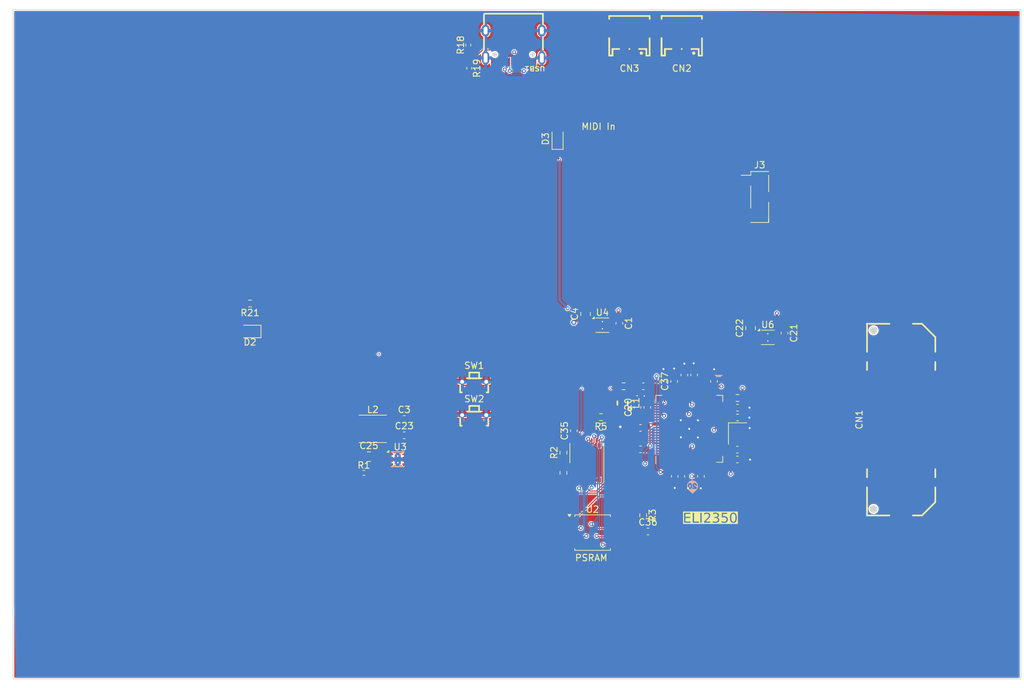
<source format=kicad_pcb>
(kicad_pcb (version 20241229) (generator "pcbnew") (generator_version "9.0")
  (layers (0 "F.Cu" signal) (4 "In1.Cu" power "GND") (6 "In2.Cu" mixed "Along") (2 "B.Cu" mixed "Up") (13 "F.Paste" user) (15 "B.Paste" user) (5 "F.SilkS" user "F.Silkscreen") (7 "B.SilkS" user "B.Silkscreen") (1 "F.Mask" user) (3 "B.Mask" user) (25 "Edge.Cuts" user))
  (net 0 "")
  (net 1 "+3V3")
  (net 2 "GND")
  (net 3 "+5V")
  (net 4 "/~{RESET}")
  (net 5 "/USB_D-")
  (net 6 "/USB_D+")
  (net 7 "/SWDIO")
  (net 8 "/SWCLK")
  (net 9 "/GPIO41")
  (net 10 "Net-(U3-SW)")
  (net 11 "/GPIO43")
  (net 12 "Net-(U3-PG)")
  (net 13 "/GPIO19")
  (net 14 "/GPIO39")
  (net 15 "/GPIO47")
  (net 16 "/GPIO33")
  (net 17 "/+3V3_SIG")
  (net 18 "Net-(U5-XIN)")
  (net 19 "Net-(U5-XOUT)")
  (net 20 "+1.1V")
  (net 21 "Net-(U5-VREG_XL)")
  (net 22 "/~{QSPI_CS_{0}}")
  (net 23 "/D-")
  (net 24 "/D+")
  (net 25 "/QSPI_SD0")
  (net 26 "/QSPI_SD2")
  (net 27 "/QSPI_SD3")
  (net 28 "/QSPI_SD1")
  (net 29 "/QSPI_SCLK")
  (net 30 "Net-(U5-VREG_AVDD)")
  (net 31 "/GPIO42")
  (net 32 "/GPIO44")
  (net 33 "Net-(USB1-CC1)")
  (net 34 "Net-(USB1-CC2)")
  (net 35 "/GPIO40")
  (net 36 "/GPIO46")
  (net 39 "Net-(D2-A)")
  (net 40 "/VBUS")
  (net 41 "/GPIO45")
  (net 48 "+12V")
  (net 49 "/GPIO38")
  (net 50 "/GPIO18")
  (net 51 "/GPIO29")
  (net 52 "/GPIO15")
  (net 53 "/GPIO3")
  (net 54 "/GPIO26")
  (net 55 "/GPIO1")
  (net 56 "/GPIO7")
  (net 57 "/GPIO35")
  (net 58 "/GPIO23")
  (net 59 "/GPIO13")
  (net 60 "/GPIO11")
  (net 61 "/GPIO0")
  (net 62 "/GPIO8")
  (net 63 "/GPIO32")
  (net 64 "/GPIO6")
  (net 65 "/~{BOOTSEL}")
  (net 66 "/GPIO21")
  (net 67 "/GPIO12")
  (net 68 "/GPIO4")
  (net 69 "/GPIO27")
  (net 70 "/GPIO22")
  (net 71 "/GPIO30")
  (net 72 "/GPIO9")
  (net 73 "/GPIO25")
  (net 74 "/GPIO5")
  (net 75 "/GPIO24")
  (net 76 "/GPIO36")
  (net 77 "/GPIO34")
  (net 78 "/GPIO20")
  (net 79 "/GPIO17")
  (net 80 "/GPIO16")
  (net 81 "/GPIO31")
  (net 82 "/GPIO10")
  (net 83 "/GPIO2")
  (net 84 "/GPIO37")
  (net 85 "/GPIO28")
  (net 86 "/GPIO14")
  (footprint "Capacitor_SMD:C_0603_1608Metric" (layer "F.Cu") (at 187.01 81.22 90)
    (property "Reference" "C13" (hide yes))
    (property "Value" "0.1uF" (hide yes))
  )
  (footprint "Resistor_SMD:R_0603_1608Metric" (layer "F.Cu") (at 183.92 101.8 -90)
    (property "Reference" "R3")
    (property "Value" "100K")
  )
  (footprint "Resistor_SMD:R_0603_1608Metric" (layer "F.Cu") (at 171.65 95.275 90)
    (property "Reference" "R9" (hide yes))
    (property "Value" "2K" (hide yes))
  )
  (footprint "Capacitor_SMD:C_0603_1608Metric" (layer "F.Cu") (at 147.165 86.98)
    (property "Reference" "C3")
    (property "Value" "100n")
  )
  (footprint "Resistor_SMD:R_0402_1005Metric" (layer "F.Cu") (at 157.01 29.44 90)
    (property "Reference" "R18")
    (property "Value" "5.1k")
  )
  (footprint "Package_SON:WSON-8-1EP_2x2mm_P0.5mm_EP0.9x1.6mm_ThermalVias" (layer "F.Cu") (at 146.17 93.185)
    (property "Reference" "U3")
    (property "Value" "TPS62163DSG")
  )
  (footprint "emutelab:IND-SMD_L2.0-W1.6_AOTA-B201610S3R3-101-T" (layer "F.Cu") (at 180.75 84.53 -90)
    (property "Reference" "L1")
    (property "Value" "3.3uH")
  )
  (footprint "Resistor_SMD:R_0402_1005Metric" (layer "F.Cu") (at 140.965 95.28)
    (property "Reference" "R1")
    (property "Value" "100k 1% 0402")
  )
  (footprint "Capacitor_SMD:C_0603_1608Metric" (layer "F.Cu") (at 173.25 88.8 90)
    (property "Reference" "C35")
    (property "Value" "0.1uF")
  )
  (footprint "emutelab:CONN-SMD_2P-P1.50_XUNPU_WAFER-ZH1.5-2PWB" (layer "F.Cu") (at 181.8 28.9 180)
    (property "Reference" "CN3")
    (property "Value" "~")
  )
  (footprint "Capacitor_SMD:C_0603_1608Metric" (layer "F.Cu") (at 194.8 81.2 90)
    (property "Reference" "C10" (hide yes))
    (property "Value" "0.1uF" (hide yes))
  )
  (footprint "Connector_PinHeader_2.54mm:PinHeader_1x03_P2.54mm_Vertical_SMD_Pin1Left" (layer "F.Cu") (at 201.835 52.82)
    (property "Reference" "J3")
    (property "Value" "Conn_01x03_Pin")
  )
  (footprint "Capacitor_SMD:C_0603_1608Metric" (layer "F.Cu") (at 147.165 89.49)
    (property "Reference" "C23")
    (property "Value" "10u")
  )
  (footprint "Capacitor_SMD:C_0603_1608Metric" (layer "F.Cu") (at 183.05 85.2 90)
    (property "Reference" "C20")
    (property "Value" "0.1uF")
  )
  (footprint "Resistor_SMD:R_0603_1608Metric" (layer "F.Cu") (at 171.65 92.16 90)
    (property "Reference" "R2")
    (property "Value" "100K")
  )
  (footprint "Inductor_SMD:L_Sunlord_SWPA4020S" (layer "F.Cu") (at 142.335 88.5)
    (property "Reference" "L2")
    (property "Value" "2.2uH, 4.8mOhm")
  )
  (footprint "emutelab:USB-C-SMD_TYPE-C-6PIN-2MD-073" (layer "F.Cu") (at 164 29.5885 180)
    (property "Reference" "USB1")
    (property "Value" "TYPE-C_16PIN_2MD(073)")
    (fp_poly (pts (xy 3.24 -1.305) (xy 3.22287 -1.413156) (xy 3.173156 -1.510725) (xy 3.095725 -1.588156) (xy 2.998155 -1.63787) (xy 2.89 -1.655) (xy 2.781844 -1.63787) (xy 2.684275 -1.588156) (xy 2.606844 -1.510725) (xy 2.55713 -1.413156) (xy 2.54 -1.305) (xy 2.557129 -1.196844) (xy 2.606844 -1.099275) (xy 2.684275 -1.021844) (xy 2.781844 -0.97213) (xy 2.890001 -0.955) (xy 2.998156 -0.97213) (xy 3.095725 -1.021844) (xy 3.173156 -1.099275) (xy 3.22287 -1.196844)) (fill yes) (layer "Edge.Cuts"))
    (fp_poly (pts (xy -2.54 -1.305) (xy -2.55713 -1.413156) (xy -2.606844 -1.510725) (xy -2.684275 -1.588156) (xy -2.781844 -1.63787) (xy -2.89 -1.655) (xy -2.998155 -1.63787) (xy -3.095725 -1.588156) (xy -3.173156 -1.510725) (xy -3.22287 -1.413156) (xy -3.24 -1.305) (xy -3.22287 -1.196844) (xy -3.173156 -1.099275) (xy -3.095725 -1.021844) (xy -2.998156 -0.97213) (xy -2.890001 -0.955) (xy -2.781844 -0.97213) (xy -2.684275 -1.021844) (xy -2.606844 -1.099275) (xy -2.557129 -1.196844)) (fill yes) (layer "Edge.Cuts"))
  )
  (footprint "Package_SO:SSOP-8_5.25x5.24mm_P1.27mm" (layer "F.Cu") (at 176.13 104.47)
    (property "Reference" "U2")
    (property "Value" "FLASH or PSRAM")
  )
  (footprint "Capacitor_SMD:C_0603_1608Metric" (layer "F.Cu") (at 190.8 95.8 -90)
    (property "Reference" "C17" (hide yes))
    (property "Value" "10uF" (hide yes))
  )
  (footprint "Capacitor_SMD:C_0603_1608Metric_Pad1.08x0.95mm_HandSolder" (layer "F.Cu") (at 205.65 73.76 -90)
    (property "Reference" "C21")
    (property "Value" "1u")
  )
  (footprint "Capacitor_SMD:C_0603_1608Metric" (layer "F.Cu") (at 198.405 91.71 180)
    (property "Reference" "C5" (hide yes))
    (property "Value" "12pF" (hide yes))
  )
  (footprint "emutelab:KEY-SMD_SKTDLHE010" (layer "F.Cu") (at 157.93 81.8665)
    (property "Reference" "SW1")
    (property "Value" "~")
  )
  (footprint "Package_SON:WSON-6-1EP_2x2mm_P0.65mm_EP1x1.6mm_ThermalVias" (layer "F.Cu") (at 203.0825 74.42)
    (property "Reference" "U6")
    (property "Value" "TLV76733DRVR")
  )
  (footprint "Capacitor_SMD:C_0603_1608Metric" (layer "F.Cu") (at 184.655 104.3)
    (property "Reference" "C36")
    (property "Value" "0.1uF")
  )
  (footprint "Resistor_SMD:R_0402_1005Metric" (layer "F.Cu") (at 157.17 33 -90)
    (property "Reference" "R19")
    (property "Value" "5.1k")
  )
  (footprint "Resistor_SMD:R_0603_1608Metric" (layer "F.Cu") (at 198.425 83.75 180)
    (property "Reference" "R8" (hide yes))
    (property "Value" "100K" (hide yes))
  )
  (footprint "emutelab:KEY-SMD_SKTDLHE010" (layer "F.Cu") (at 157.93 87)
    (property "Reference" "SW2")
    (property "Value" "~")
  )
  (footprint "Capacitor_SMD:C_0603_1608Metric" (layer "F.Cu") (at 188.76 95.8 -90)
    (property "Reference" "C12" (hide yes))
    (property "Value" "0.1uF")
  )
  (footprint "Capacitor_SMD:C_0603_1608Metric" (layer "F.Cu") (at 188.68 81.19 90)
    (property "Reference" "C37")
    (property "Value" "0.1uF")
  )
  (footprint "Capacitor_SMD:C_0805_2012Metric" (layer "F.Cu") (at 141.735 92.78)
    (property "Reference" "C25")
    (property "Value" "22u")
  )
  (footprint "Diode_SMD:D_SOD-323" (layer "F.Cu") (at 170.75 43.87 90)
    (property "Reference" "D3")
    (property "Value" "1N5817")
  )
  (footprint "Resistor_SMD:R_0603_1608Metric" (layer "F.Cu") (at 123.455 69.21 180)
    (property "Reference" "R21")
    (property "Value" "1.5k")
  )
  (footprint "Capacitor_SMD:C_0805_2012Metric_Pad1.18x1.45mm_HandSolder" (layer "F.Cu") (at 200.43 73 90)
    (property "Reference" "C22")
    (property "Value" "22u 0805")
  )
  (footprint "Resistor_SMD:R_0603_1608Metric" (layer "F.Cu") (at 177.42 86.7 180)
    (property "Reference" "R5")
    (property "Value" "27R")
  )
  (footprint "Capacitor_SMD:C_0603_1608Metric" (layer "F.Cu") (at 198.425 85.25)
    (property "Reference" "C18" (hide yes))
    (property "Value" "0.1uF" (hide yes))
  )
  (footprint "Capacitor_SMD:C_0603_1608Metric" (layer "F.Cu") (at 198.425 86.75)
    (property "Reference" "C6" (hide yes))
    (property "Value" "12pF" (hide yes))
  )
  (footprint "Capacitor_SMD:C_0603_1608Metric" (layer "F.Cu") (at 183.5 88.35 180)
    (property "Reference" "C8" (hide yes))
    (property "Value" "0.1uF" (hide yes))
  )
  (footprint "Capacitor_SMD:C_0603_1608Metric_Pad1.08x0.95mm_HandSolder" (layer "F.Cu") (at 180.25 72.26 -90)
    (property "Reference" "C1")
    (property "Value" "1u")
  )
  (footprint "emutelab:QFN-80_EP_10x10_Pitch0.4mm" (layer "F.Cu") (at 191 88.5 90)
    (property "Reference" "U5" (hide yes))
    (property "Value" "RP235x-B" (hide yes))
  )
  (footprint "Capacitor_SMD:C_0603_1608Metric" (layer "F.Cu") (at 190.25 80.22 90)
    (property "Reference" "C19" (hide yes))
    (property "Value" "0.1uF" (hide yes))
  )
  (footprint "emutelab:CONN-SMD_60P-P0.50_HCTL_HC-PBB23L-60DS-0.5V-G2-01" (layer "F.Cu") (at 223.59 87.08 90)
    (property "Reference" "CN1")
    (property "Value" "~")
    (fp_poly (pts (xy 14.344867 -4.328316) (xy 14.304328 -4.47961) (xy 14.226012 -4.615257) (xy 14.115257 -4.726012) (xy 13.97961 -4.804328) (xy 13.828316 -4.844867) (xy 13.671684 -4.844867) (xy 13.52039 -4.804328) (xy 13.384743 -4.726012) (xy 13.273988 -4.615257) (xy 13.195672 -4.47961) (xy 13.155133 -4.328316) (xy 13.155133 -4.171684) (xy 13.195672 -4.02039) (xy 13.273988 -3.884743) (xy 13.384743 -3.773988) (xy 13.52039 -3.695672) (xy 13.671684 -3.655133) (xy 13.828316 -3.655133) (xy 13.97961 -3.695672) (xy 14.115257 -3.773988) (xy 14.226012 -3.884743) (xy 14.304328 -4.02039) (xy 14.344867 -4.171684)) (fill yes) (layer "Edge.Cuts"))
    (fp_poly (pts (xy -13.155133 -4.328316) (xy -13.195672 -4.47961) (xy -13.273988 -4.615257) (xy -13.384743 -4.726012) (xy -13.52039 -4.804328) (xy -13.671684 -4.844867) (xy -13.828316 -4.844867) (xy -13.97961 -4.804328) (xy -14.115257 -4.726012) (xy -14.226012 -4.615257) (xy -14.304328 -4.47961) (xy -14.344867 -4.328316) (xy -14.344867 -4.171684) (xy -14.304328 -4.02039) (xy -14.226012 -3.884743) (xy -14.115257 -3.773988) (xy -13.97961 -3.695672) (xy -13.828316 -3.655133) (xy -13.671684 -3.655133) (xy -13.52039 -3.695672) (xy -13.384743 -3.773988) (xy -13.273988 -3.884743) (xy -13.195672 -4.02039) (xy -13.155133 -4.171684)) (fill yes) (layer "Edge.Cuts"))
  )
  (footprint "emutelab:CONN-SMD_2P-P1.50_XUNPU_WAFER-ZH1.5-2PWB" (layer "F.Cu") (at 189.85 28.9 180)
    (property "Reference" "CN2")
    (property "Value" "~")
  )
  (footprint "Package_SON:WSON-8-1EP_6x5mm_P1.27mm_EP3.4x4mm" (layer "F.Cu") (at 175.25 93.725 90)
    (property "Reference" "U1" (hide yes))
    (property "Value" "W25Q128JVPIQ" (hide yes))
  )
  (footprint "LED_SMD:LED_0805_2012Metric" (layer "F.Cu") (at 123.45 73.51 180)
    (property "Reference" "D2")
    (property "Value" "LED Test")
  )
  (footprint "Resistor_SMD:R_0603_1608Metric" (layer "F.Cu") (at 180.9 81.95)
    (property "Reference" "R7" (hide yes))
    (property "Value" "27R" (hide yes))
  )
  (footprint "Capacitor_SMD:C_0603_1608Metric" (layer "F.Cu") (at 183.5 91.65 180)
    (property "Reference" "C15" (hide yes))
    (property "Value" "0.1uF" (hide yes))
  )
  (footprint "Capacitor_SMD:C_0603_1608Metric" (layer "F.Cu") (at 184.55 85.2 90)
    (property "Reference" "C14" (hide yes))
    (property "Value" "4.7uF" (hide yes))
  )
  (footprint "Resistor_SMD:R_0603_1608Metric" (layer "F.Cu") (at 177.42 88.2 180)
    (property "Reference" "R6" (hide yes))
    (property "Value" "27R" (hide yes))
  )
  (footprint "Crystal:Crystal_SMD_2520-4Pin_2.5x2.0mm" (layer "F.Cu") (at 198.425 89.225 -90)
    (property "Reference" "Y1" (hide yes))
    (property "Value" "CM4012M00012001" (hide yes))
  )
  (footprint "Capacitor_SMD:C_0603_1608Metric" (layer "F.Cu") (at 192.8 95.8 -90)
    (property "Reference" "C7" (hide yes))
    (property "Value" "0.1uF" (hide yes))
  )
  (footprint "Package_SON:WSON-6-1EP_2x2mm_P0.65mm_EP1x1.6mm_ThermalVias" (layer "F.Cu") (at 177.6475 72.55)
    (property "Reference" "U4")
    (property "Value" "TLV76733DRVR")
  )
  (footprint "Capacitor_SMD:C_0603_1608Metric" (layer "F.Cu") (at 183.925 81.95)
    (property "Reference" "C16" (hide yes))
    (property "Value" "4.7uF" (hide yes))
  )
  (footprint "Capacitor_SMD:C_0603_1608Metric" (layer "F.Cu") (at 198.41 93.22)
    (property "Reference" "C9" (hide yes))
    (property "Value" "0.1uF" (hide yes))
  )
  (footprint "Capacitor_SMD:C_0805_2012Metric_Pad1.18x1.45mm_HandSolder" (layer "F.Cu") (at 175.05 70.8175 90)
    (property "Reference" "C4")
    (property "Value" "22u 0805")
  )
  (footprint "Capacitor_SMD:C_0603_1608Metric" (layer "F.Cu") (at 191.75 80.21 90)
    (property "Reference" "C11" (hide yes))
    (property "Value" "0.1uF" (hide yes))
  )
  (footprint "kibuzzard-6695C28C" (layer "B.Cu") (at 191.475 97.3 180)
    (property "Reference" "kibuzzard-6695C28C" (hide yes))
    (property "Value" "G***" (hide yes))
  )
  (gr_poly (pts (xy 190.764807 97.6) (xy 190.68 97.12) (xy 190.825 96.825) (xy 191.3 96.525) (xy 191.775 96.55) (xy 192.19 96.81) (xy 192.25 96.925) (xy 192.3 97.425) (xy 192.2 97.7) (xy 192.163734 97.765559) (xy 192.185086 97.631545) (xy 192.185193 96.834442) (xy 190.925 96.834442) (xy 190.88 96.91) (xy 190.764807 97)) (fill yes) (layer "B.SilkS"))
  (gr_line (start 191.5 98.420001) (end 192.065685 97.865686) (stroke (width 0.11)) (layer "B.SilkS"))
  (gr_poly (pts (xy 196.214335 80.207833) (xy 194.845665 80.207833) (xy 195.2 80.51) (xy 195.78 80.52)) (fill yes) (layer "B.SilkS"))
  (gr_poly (pts (xy 190.836266 97.765559) (xy 190.9 97.73) (xy 190.95 97.765559) (xy 192.163734 97.765559) (xy 191.5 98.420001)) (fill yes) (layer "B.SilkS"))
  (gr_line (start 190.934315 97.865686) (end 191.5 98.420001) (stroke (width 0.11)) (layer "B.SilkS"))
  (gr_circle (center 191.5 97.300001) (end 191.5 98.100001) (stroke (width 0.11)) (fill no) (layer "B.SilkS"))
  (gr_rect (start 87 24) (end 242 127) (stroke (width 0.1)) (fill no) (layer "Edge.Cuts"))
  (gr_text "ELI2350" (at 190 103.2 0) (layer "F.SilkS" knockout) (effects (font (size 1.5 1.5)) (justify left bottom)))
  (gr_text "MIDI In\n" (at 174.33 42.56 0) (layer "F.SilkS") (effects (font (size 1 1)) (justify left bottom)))
  (gr_text "PSRAM" (at 173.36 108.94 0) (layer "F.SilkS") (effects (font (size 1 1)) (justify left bottom)))
  (via (at 143.26 77) (size 0.4) (drill 0.2) (layers "F.Cu" "B.Cu") (net 0))
  (segment (start 185.5 91.4) (end 185.5 90.881966) (width 0.25) (layer "F.Cu") (net 1))
  (segment (start 196.575 91.1) (end 196.775 91.3) (width 0.25) (layer "F.Cu") (net 1))
  (segment (start 180.075 81.185) (end 181.93375 79.32625) (width 0.3) (layer "F.Cu") (net 1))
  (segment (start 191.41 84.77) (end 191.2 84.56) (width 0.15) (layer "F.Cu") (net 1))
  (segment (start 196.775 91.3) (end 196.775 89.419975) (width 0.25) (layer "F.Cu") (net 1))
  (segment (start 178.91 82.26) (end 179.765 82.26) (width 0.3) (layer "F.Cu") (net 1))
  (segment (start 185.45 85.9) (end 185.375 85.975) (width 0.2) (layer "F.Cu") (net 1))
  (segment (start 186.1 85.9) (end 185.45 85.9) (width 0.2) (layer "F.Cu") (net 1))
  (segment (start 183.875 102.67) (end 183.92 102.625) (width 0.15) (layer "F.Cu") (net 1))
  (segment (start 196.775 89.419975) (end 196.455026 89.1) (width 0.25) (layer "F.Cu") (net 1))
  (segment (start 183.88 102.665) (end 183.92 102.625) (width 0.15) (layer "F.Cu") (net 1))
  (segment (start 186.6 85.9) (end 186.85 85.65) (width 0.2) (layer "F.Cu") (net 1))
  (segment (start 194.8 83.6) (end 194.8 81.975) (width 0.25) (layer "F.Cu") (net 1))
  (segment (start 185.375 85.975) (end 184.75 85.975) (width 0.2) (layer "F.Cu") (net 1))
  (segment (start 187.01 82.6) (end 187.2 82.79) (width 0.15) (layer "F.Cu") (net 1))
  (segment (start 185.25 91.65) (end 185.5 91.4) (width 0.25) (layer "F.Cu") (net 1))
  (segment (start 182.8975 80.29) (end 184.82 80.29) (width 0.3) (layer "F.Cu") (net 1))
  (segment (start 185.25 91.65) (end 184.275 91.65) (width 0.25) (layer "F.Cu") (net 1))
  (segment (start 185.75 81.225) (end 186.24 81.225) (width 0.3) (layer "F.Cu") (net 1))
  (segment (start 192.8 93.4) (end 192.8 95.025) (width 0.25) (layer "F.Cu") (net 1))
  (segment (start 192.015 95.81) (end 192.8 95.025) (width 0.3) (layer "F.Cu") (net 1))
  (segment (start 193.08 80.82) (end 194.235 81.975) (width 0.3) (layer "F.Cu") (net 1))
  (segment (start 191.75 82.625) (end 191.75 80.985) (width 0.25) (layer "F.Cu") (net 1))
  (segment (start 185.5 90.881966) (end 185.681966 90.7) (width 0.25) (layer "F.Cu") (net 1))
  (segment (start 194.235 81.975) (end 194.8 81.975) (width 0.3) (layer "F.Cu") (net 1))
  (segment (start 191.2 84.56) (end 191.2 83.6) (width 0.15) (layer "F.Cu") (net 1))
  (segment (start 172.6625 91.0625) (end 173.345 91.0625) (width 0.25) (layer "F.Cu") (net 1))
  (segment (start 173.505 71.855) (end 173.25 72.11) (width 0.3) (layer "F.Cu") (net 1))
  (segment (start 186.1 85.9) (end 186.6 85.9) (width 0.2) (layer "F.Cu") (net 1))
  (segment (start 197.38 93.475) (end 197.635 93.22) (width 0.3) (layer "F.Cu") (net 1))
  (segment (start 185.97 80.4) (end 185.97 81.005) (width 0.3) (layer "F.Cu") (net 1))
  (segment (start 185.75 81.225) (end 185.75 81.22) (width 0.3) (layer "F.Cu") (net 1))
  (segment (start 184.699901 87.925099) (end 184.275 88.35) (width 0.25) (layer "F.Cu") (net 1))
  (segment (start 183.86 102.565) (end 183.92 102.625) (width 0.15) (layer "F.Cu") (net 1))
  (segment (start 173.935 89.575) (end 174.39 89.12) (width 0.3) (layer "F.Cu") (net 1))
  (segment (start 186.24 81.225) (end 187.01 81.995) (width 0.3) (layer "F.Cu") (net 1))
  (segment (start 195.925 81.975) (end 195.94 81.96) (width 0.3) (layer "F.Cu") (net 1))
  (segment (start 186.85 84.825) (end 187.2 84.475) (width 0.2) (layer "F.Cu") (net 1))
  (segment (start 196.455026 89.1) (end 195.9 89.1) (width 0.25) (layer "F.Cu") (net 1))
  (segment (start 188.8 93.4) (end 188.8 95.025) (width 0.25) (layer "F.Cu") (net 1))
  (segment (start 194.8 81.975) (end 195.925 81.975) (width 0.3) (layer "F.Cu") (net 1))
  (segment (start 185.97 81.005) (end 185.75 81.225) (width 0.3) (layer "F.Cu") (net 1))
  (segment (start 175.05 72.4425) (end 181.93375 79.32625) (width 0.3) (layer "F.Cu") (net 1))
  (segment (start 185.098146 87.925099) (end 184.699901 87.925099) (width 0.25) (layer "F.Cu") (net 1))
  (segment (start 187.01 81.995) (end 187.01 82.6) (width 0.15) (layer "F.Cu") (net 1))
  (segment (start 199.19 83.69) (end 199.25 83.75) (width 0.3) (layer "F.Cu") (net 1))
  (segment (start 184.275 91.65) (end 184.41 91.65) (width 0.25) (layer "F.Cu") (net 1))
  (segment (start 191.75 80.985) (end 191.915 80.82) (width 0.3) (layer "F.Cu") (net 1))
  (segment (start 185.681966 90.7) (end 186.1 90.7) (width 0.25) (layer "F.Cu") (net 1))
  (segment (start 187.2 82.79) (end 187.2 83.6) (width 0.15) (layer "F.Cu") (net 1))
  (segment (start 196.775 93) (end 196.975 93.2) (width 0.25) (layer "F.Cu") (net 1))
  (segment (start 179.7425 102.565) (end 183.86 102.565) (width 0.15) (layer "F.Cu") (net 1))
  (segment (start 171.65 91.35) (end 172.375 91.35) (width 0.25) (layer "F.Cu") (net 1))
  (segment (start 172.375 91.35) (end 172.6625 91.0625) (width 0.25) (layer "F.Cu") (net 1))
  (segment (start 197.38 95.41) (end 197.38 93.475) (width 0.3) (layer "F.Cu") (net 1))
  (segment (start 173.345 91.0625) (end 173.345 89.67) (width 0.25) (layer "F.Cu") (net 1))
  (segment (start 183.88 104.3) (end 183.88 102.665) (width 0.15) (layer "F.Cu") (net 1))
  (segment (start 196.775 91.3) (end 196.775 93) (width 0.25) (layer "F.Cu") (net 1))
  (segment (start 185.75 81.22) (end 184.82 80.29) (width 0.3) (layer "F.Cu") (net 1))
  (segment (start 195.9 91.1) (end 196.575 91.1) (width 0.25) (layer "F.Cu") (net 1))
  (segment (start 191.2 83.6) (end 191.2 83.175) (width 0.25) (layer "F.Cu") (net 1))
  (segment (start 181.93375 79.32625) (end 182.8975 80.29) (width 0.3) (layer "F.Cu") (net 1))
  (segment (start 199.19 82.19) (end 199.19 83.69) (width 0.3) (layer "F.Cu") (net 1))
  (segment (start 187.2 83.6) (end 187.2 84.475) (width 0.2) (layer "F.Cu") (net 1))
  (segment (start 180.075 81.95) (end 180.075 81.185) (width 0.3) (layer "F.Cu") (net 1))
  (segment (start 179.765 82.26) (end 180.075 81.95) (width 0.3) (layer "F.Cu") (net 1))
  (segment (start 175.05 71.855) (end 175.05 72.4425) (width 0.3) (layer "F.Cu") (net 1))
  (segment (start 191.42 95.81) (end 192.015 95.81) (width 0.3) (layer "F.Cu") (net 1))
  (segment (start 191.2 83.175) (end 191.75 82.625) (width 0.25) (layer "F.Cu") (net 1))
  (segment (start 173.345 89.67) (end 173.25 89.575) (width 0.25) (layer "F.Cu") (net 1))
  (segment (start 173.25 89.575) (end 173.935 89.575) (width 0.3) (layer "F.Cu") (net 1))
  (segment (start 184.41 91.65) (end 184.96 91.1) (width 0.25) (layer "F.Cu") (net 1))
  (segment (start 191.915 80.82) (end 193.08 80.82) (width 0.3) (layer "F.Cu") (net 1))
  (segment (start 186.85 85.65) (end 186.85 84.825) (width 0.2) (layer "F.Cu") (net 1))
  (segment (start 188.635 95.15) (end 188.76 95.025) (width 0.3) (layer "F.Cu") (net 1))
  (segment (start 175.05 71.855) (end 173.505 71.855) (width 0.3) (layer "F.Cu") (net 1))
  (segment (start 186.6 95.15) (end 188.635 95.15) (width 0.3) (layer "F.Cu") (net 1))
  (segment (start 196.975 93.2) (end 197.65 93.2) (width 0.25) (layer "F.Cu") (net 1))
  (via (at 178.91 82.26) (size 0.4) (drill 0.2) (layers "F.Cu" "B.Cu") (net 1))
  (via (at 185.098146 87.925099) (size 0.6) (drill 0.3) (layers "F.Cu" "B.Cu") (net 1))
  (via (at 191.42 95.81) (size 0.6) (drill 0.3) (layers "F.Cu" "B.Cu") (net 1))
  (via (at 195.94 81.96) (size 0.6) (drill 0.3) (layers "F.Cu" "B.Cu") (net 1))
  (via (at 173.25 72.11) (size 0.8) (drill 0.4) (layers "F.Cu" "B.Cu") (net 1))
  (via (at 187.2 84.475) (size 0.4) (drill 0.2) (layers "F.Cu" "B.Cu") (net 1))
  (via (at 184.22 93.84) (size 0.6) (drill 0.3) (layers "F.Cu" "B.Cu") (net 1))
  (via (at 197.38 95.41) (size 0.6) (drill 0.3) (layers "F.Cu" "B.Cu") (net 1))
  (via (at 185.97 80.4) (size 0.6) (drill 0.3) (layers "F.Cu" "B.Cu") (net 1))
  (via (at 174.49 82.35) (size 0.4) (drill 0.2) (layers "F.Cu" "B.Cu") (net 1))
  (via (at 199.19 82.19) (size 0.6) (drill 0.3) (layers "F.Cu" "B.Cu") (net 1))
  (via (at 191.41 84.77) (size 0.6) (drill 0.3) (layers "F.Cu" "B.Cu") (net 1))
  (via (at 174.39 89.12) (size 0.4) (drill 0.2) (layers "F.Cu" "B.Cu") (net 1))
  (via (at 186.6 95.15) (size 0.6) (drill 0.3) (layers "F.Cu" "B.Cu") (net 1))
  (via (at 184.96 91.1) (size 0.6) (drill 0.3) (layers "F.Cu" "B.Cu") (net 1))
  (segment (start 174.39 89.12) (end 174.39 82.45) (width 0.3) (layer "B.Cu") (net 1))
  (segment (start 184.96 91.1) (end 184.22 91.84) (width 0.3) (layer "B.Cu") (net 1))
  (segment (start 184.96 88.063245) (end 185.098146 87.925099) (width 0.25) (layer "B.Cu") (net 1))
  (segment (start 185.97 80.4) (end 185.99 80.42) (width 0.3) (layer "B.Cu") (net 1))
  (segment (start 185.99 80.42) (end 185.99 94.54) (width 0.3) (layer "B.Cu") (net 1))
  (segment (start 174.39 82.45) (end 174.49 82.35) (width 0.3) (layer "B.Cu") (net 1))
  (segment (start 184.22 91.84) (end 184.22 93.84) (width 0.3) (layer "B.Cu") (net 1))
  (segment (start 184.96 91.1) (end 184.96 88.063245) (width 0.25) (layer "B.Cu") (net 1))
  (segment (start 185.99 94.54) (end 186.6 95.15) (width 0.3) (layer "B.Cu") (net 1))
  (segment (start 186.1 85.1) (end 185.5 85.1) (width 0.2) (layer "F.Cu") (net 2))
  (segment (start 182.8 91.65) (end 182.65 91.65) (width 0.3) (layer "F.Cu") (net 2))
  (segment (start 184.825 84.425) (end 184.75 84.425) (width 0.2) (layer "F.Cu") (net 2))
  (segment (start 185.5 85.1) (end 184.825 84.425) (width 0.2) (layer "F.Cu") (net 2))
  (via (at 189.69 87.18) (size 0.6) (drill 0.3) (layers "F.Cu" "B.Cu") (net 2))
  (via (at 200.29 88.38) (size 0.6) (drill 0.3) (layers "F.Cu" "B.Cu") (net 2))
  (via (at 194.83 79.34) (size 0.6) (drill 0.3) (layers "F.Cu" "B.Cu") (net 2))
  (via (at 188.68 79.22) (size 0.6) (drill 0.3) (layers "F.Cu" "B.Cu") (net 2))
  (via (at 192.33 89.83) (size 0.6) (drill 0.3) (layers "F.Cu" "B.Cu") (net 2))
  (via (at 192.33 87.19) (size 0.6) (drill 0.3) (layers "F.Cu" "B.Cu") (net 2))
  (via (at 182.98 83.41) (size 0.4) (drill 0.2) (layers "F.Cu" "B.Cu") (net 2))
  (via (at 190.82 97.63) (size 0.6) (drill 0.3) (layers "F.Cu" "B.Cu") (net 2))
  (via (at 200.35 93.24) (size 0.6) (drill 0.3) (layers "F.Cu" "B.Cu") (net 2))
  (via (at 187.03 79.3) (size 0.6) (drill 0.3) (layers "F.Cu" "B.Cu") (net 2))
  (via (at 192.76 97.65) (size 0.6) (drill 0.3) (layers "F.Cu" "B.Cu") (net 2))
  (via (at 190.25 78.47) (size 0.6) (drill 0.3) (layers "F.Cu" "B.Cu") (net 2))
  (via (at 200.26 85.24) (size 0.6) (drill 0.3) (layers "F.Cu" "B.Cu") (net 2))
  (via (at 191 88.5) (size 0.6) (drill 0.3) (layers "F.Cu" "B.Cu") (net 2))
  (via (at 188.76 97.6) (size 0.6) (drill 0.3) (layers "F.Cu" "B.Cu") (net 2))
  (via (at 184.08 83.44) (size 0.4) (drill 0.2) (layers "F.Cu" "B.Cu") (net 2))
  (via (at 180.4 88.19) (size 0.8) (drill 0.4) (layers "F.Cu" "B.Cu") (net 2))
  (via (at 189.71 89.8) (size 0.6) (drill 0.3) (layers "F.Cu" "B.Cu") (net 2))
  (via (at 200.25 86.77) (size 0.6) (drill 0.3) (layers "F.Cu" "B.Cu") (net 2))
  (via (at 191.682463 78.415) (size 0.6) (drill 0.3) (layers "F.Cu" "B.Cu") (net 2))
  (segment (start 180.11 71.257499) (end 180.25 71.397499) (width 0.4) (layer "F.Cu") (net 3))
  (segment (start 204.47 71.717499) (end 205.65 72.897499) (width 0.4) (layer "F.Cu") (net 3))
  (segment (start 206.35 73.597499) (end 206.35 75.120657) (width 0.15) (layer "F.Cu") (net 3))
  (segment (start 206.085656 75.385001) (end 204.285001 75.385001) (width 0.15) (layer "F.Cu") (net 3))
  (segment (start 206.35 75.120657) (end 206.085656 75.385001) (width 0.15) (layer "F.Cu") (net 3))
  (segment (start 180.660657 73.91) (end 179.245 73.91) (width 0.15) (layer "F.Cu") (net 3))
  (segment (start 180.95 73.620657) (end 180.660657 73.91) (width 0.15) (layer "F.Cu") (net 3))
  (segment (start 204.285001 75.385001) (end 203.97 75.07) (width 0.15) (layer "F.Cu") (net 3))
  (segment (start 205.65 72.897499) (end 206.35 73.597499) (width 0.15) (layer "F.Cu") (net 3))
  (segment (start 204.47 70.72) (end 204.47 71.717499) (width 0.4) (layer "F.Cu") (net 3))
  (segment (start 170.75 44.92) (end 170.75 46.75) (width 0.3) (layer "F.Cu") (net 3))
  (segment (start 180.25 71.397499) (end 180.95 72.097499) (width 0.15) (layer "F.Cu") (net 3))
  (segment (start 180.95 72.097499) (end 180.95 73.620657) (width 0.15) (layer "F.Cu") (net 3))
  (segment (start 170.75 46.75) (end 171.06 47.06) (width 0.3) (layer "F.Cu") (net 3))
  (segment (start 179.245 73.91) (end 178.535 73.2) (width 0.15) (layer "F.Cu") (net 3))
  (segment (start 180.11 70.25) (end 180.11 71.257499) (width 0.4) (layer "F.Cu") (net 3))
  (via (at 204.47 70.72) (size 0.6) (drill 0.3) (layers "F.Cu" "B.Cu") (net 3))
  (via (at 180.11 70.25) (size 0.6) (drill 0.3) (layers "F.Cu" "B.Cu") (net 3))
  (via (at 172.29 69.94) (size 0.6) (drill 0.3) (layers "F.Cu" "B.Cu") (net 3))
  (via (at 171.06 47.06) (size 0.4) (drill 0.2) (layers "F.Cu" "B.Cu") (net 3))
  (segment (start 171.06 47.06) (end 171.06 68.71) (width 0.4) (layer "B.Cu") (net 3))
  (segment (start 171.06 68.71) (end 172.29 69.94) (width 0.4) (layer "B.Cu") (net 3))
  (segment (start 196.45 84.925) (end 196.875 84.5) (width 0.15) (layer "F.Cu") (net 4))
  (segment (start 197.025 83.75) (end 197.6 83.75) (width 0.15) (layer "F.Cu") (net 4))
  (segment (start 196.45 86.55) (end 196.45 84.925) (width 0.15) (layer "F.Cu") (net 4))
  (segment (start 196.3 86.7) (end 196.45 86.55) (width 0.15) (layer "F.Cu") (net 4))
  (segment (start 195.9 86.7) (end 196.3 86.7) (width 0.15) (layer "F.Cu") (net 4))
  (segment (start 196.875 84.5) (end 196.875 83.9) (width 0.15) (layer "F.Cu") (net 4))
  (segment (start 196.875 83.9) (end 197.025 83.75) (width 0.15) (layer "F.Cu") (net 4))
  (segment (start 164.08 30.52) (end 164.75 31.19) (width 0.15) (layer "F.Cu") (net 5))
  (segment (start 164.75 31.19) (end 164.75 31.963501) (width 0.15) (layer "F.Cu") (net 5))
  (segment (start 164.175 33.44) (end 163.75 33.015) (width 0.15) (layer "F.Cu") (net 5))
  (segment (start 164.175 33.44) (end 163.41 33.44) (width 0.15) (layer "F.Cu") (net 5))
  (segment (start 163.75 33.015) (end 163.75 31.9635) (width 0.15) (layer "F.Cu") (net 5))
  (segment (start 163.41 33.44) (end 163.39 33.42) (width 0.15) (layer "F.Cu") (net 5))
  (via (at 164.08 30.52) (size 0.6) (drill 0.3) (layers "F.Cu" "B.Cu") (net 5))
  (via (at 163.39 33.42) (size 0.6) (drill 0.3) (layers "F.Cu" "B.Cu") (net 5))
  (segment (start 163.39 33.42) (end 163.39 31.21) (width 0.15) (layer "B.Cu") (net 5))
  (segment (start 163.39 31.21) (end 164.08 30.52) (width 0.15) (layer "B.Cu") (net 5))
  (segment (start 165.56 33.44) (end 165.57 33.45) (width 0.15) (layer "F.Cu") (net 6))
  (segment (start 162.63 33.19) (end 163.25 32.57) (width 0.15) (layer "F.Cu") (net 6))
  (segment (start 163.25 32.57) (end 163.25 31.963501) (width 0.15) (layer "F.Cu") (net 6))
  (segment (start 164.825 33.44) (end 164.25 32.865) (width 0.15) (layer "F.Cu") (net 6))
  (segment (start 164.825 33.44) (end 165.56 33.44) (width 0.15) (layer "F.Cu") (net 6))
  (segment (start 164.25 32.865) (end 164.25 31.9635) (width 0.15) (layer "F.Cu") (net 6))
  (via (at 165.57 33.45) (size 0.6) (drill 0.3) (layers "F.Cu" "B.Cu") (net 6))
  (via (at 162.63 33.19) (size 0.6) (drill 0.3) (layers "F.Cu" "B.Cu") (net 6))
  (segment (start 163.145 33.945) (end 162.63 33.43) (width 0.15) (layer "B.Cu") (net 6))
  (segment (start 162.63 33.43) (end 162.63 33.19) (width 0.15) (layer "B.Cu") (net 6))
  (segment (start 165.075 33.945) (end 163.145 33.945) (width 0.15) (layer "B.Cu") (net 6))
  (segment (start 165.57 33.45) (end 165.075 33.945) (width 0.15) (layer "B.Cu") (net 6))
  (segment (start 177.124999 98.82) (end 181.51 98.82) (width 0.15) (layer "F.Cu") (net 13))
  (segment (start 192.332463 98.82) (end 194.4 96.752463) (width 0.15) (layer "F.Cu") (net 13))
  (segment (start 194.4 96.752463) (end 194.4 93.4) (width 0.15) (layer "F.Cu") (net 13))
  (segment (start 173.379999 102.565) (end 177.124999 98.82) (width 0.15) (layer "F.Cu") (net 13))
  (segment (start 183.92 100.975) (end 183.665 100.975) (width 0.15) (layer "F.Cu") (net 13))
  (segment (start 183.665 100.975) (end 181.51 98.82) (width 0.15) (layer "F.Cu") (net 13))
  (segment (start 181.51 98.82) (end 192.332463 98.82) (width 0.15) (layer "F.Cu") (net 13))
  (segment (start 172.5175 102.565) (end 173.379999 102.565) (width 0.15) (layer "F.Cu") (net 13))
  (segment (start 188.205 81.965) (end 187.6 82.57) (width 0.3) (layer "F.Cu") (net 17))
  (segment (start 188.68 81.965) (end 188.205 81.965) (width 0.3) (layer "F.Cu") (net 17))
  (segment (start 187.6 82.57) (end 187.6 83.6) (width 0.3) (layer "F.Cu") (net 17))
  (segment (start 189.5 81.145) (end 188.68 81.965) (width 0.3) (layer "F.Cu") (net 17))
  (segment (start 193.6425 74.0375) (end 189.5 78.18) (width 0.3) (layer "F.Cu") (net 17))
  (segment (start 189.5 78.18) (end 189.5 81.145) (width 0.3) (layer "F.Cu") (net 17))
  (segment (start 200.43 74.0375) (end 193.6425 74.0375) (width 0.3) (layer "F.Cu") (net 17))
  (segment (start 198.35 89.225) (end 197.075 89.225) (width 0.15) (layer "F.Cu") (net 18))
  (segment (start 199.125 90.1) (end 199.125 90) (width 0.15) (layer "F.Cu") (net 18))
  (segment (start 199.125 90.925) (end 199.2 91) (width 0.15) (layer "F.Cu") (net 18))
  (segment (start 199.125 90.1) (end 199.125 90.925) (width 0.15) (layer "F.Cu") (net 18))
  (segment (start 199.2 91) (end 199.2 91.7) (width 0.15) (layer "F.Cu") (net 18))
  (segment (start 197.075 89.225) (end 196.55 88.7) (width 0.15) (layer "F.Cu") (net 18))
  (segment (start 199.125 90) (end 198.35 89.225) (width 0.15) (layer "F.Cu") (net 18))
  (segment (start 196.55 88.7) (end 195.9 88.7) (width 0.15) (layer "F.Cu") (net 18))
  (segment (start 197.65 87.425) (end 197.725 87.5) (width 0.15) (layer "F.Cu") (net 19))
  (segment (start 197.05 88.3) (end 197.1 88.35) (width 0.15) (layer "F.Cu") (net 19))
  (segment (start 197.1 88.35) (end 197.725 88.35) (width 0.15) (layer "F.Cu") (net 19))
  (segment (start 195.9 88.3) (end 197.05 88.3) (width 0.15) (layer "F.Cu") (net 19))
  (segment (start 197.65 86.75) (end 197.65 87.425) (width 0.15) (layer "F.Cu") (net 19))
  (segment (start 197.725 87.5) (end 197.725 88.35) (width 0.15) (layer "F.Cu") (net 19))
  (segment (start 191.12 81.865) (end 190.25 80.995) (width 0.25) (layer "F.Cu") (net 20))
  (segment (start 196.8 85.4) (end 196.95 85.25) (width 0.25) (layer "F.Cu") (net 20))
  (segment (start 190.8 92.825) (end 190.8 93.4) (width 0.25) (layer "F.Cu") (net 20))
  (segment (start 185.666117 86.3) (end 185.341117 86.625) (width 0.2) (layer "F.Cu") (net 20))
  (segment (start 185.341117 86.625) (end 183.7 86.625) (width 0.2) (layer "F.Cu") (net 20))
  (segment (start 190.8 93.4) (end 190.8 95.025) (width 0.25) (layer "F.Cu") (net 20))
  (segment (start 195.56 87.9) (end 195.9 87.9) (width 0.25) (layer "F.Cu") (net 20))
  (segment (start 191.12 82.689314) (end 191.12 81.865) (width 0.25) (layer "F.Cu") (net 20))
  (segment (start 196.95 85.25) (end 197.65 85.25) (width 0.25) (layer "F.Cu") (net 20))
  (segment (start 186.96 86.3) (end 186.1 86.3) (width 0.25) (layer "F.Cu") (net 20))
  (segment (start 194.79 88.65) (end 194.81 88.65) (width 0.25) (layer "F.Cu") (net 20))
  (segment (start 183.7 86.625) (end 183.05 85.975) (width 0.2) (layer "F.Cu") (net 20))
  (segment (start 194.81 88.65) (end 195.56 87.9) (width 0.25) (layer "F.Cu") (net 20))
  (segment (start 190.95 86.23) (end 190.8 86.08) (width 0.25) (layer "F.Cu") (net 20))
  (segment (start 195.9 87.9) (end 196.45 87.9) (width 0.25) (layer "F.Cu") (net 20))
  (segment (start 190.8 83.009314) (end 191.12 82.689314) (width 0.25) (layer "F.Cu") (net 20))
  (segment (start 187.14 86.48) (end 186.96 86.3) (width 0.25) (layer "F.Cu") (net 20))
  (segment (start 196.45 87.9) (end 196.8 87.55) (width 0.25) (layer "F.Cu") (net 20))
  (segment (start 191.44 91.18) (end 191.25 91.37) (width 0.25) (layer "F.Cu") (net 20))
  (segment (start 190.8 83.6) (end 190.8 83.009314) (width 0.25) (layer "F.Cu") (net 20))
  (segment (start 196.8 87.55) (end 196.8 85.4) (width 0.25) (layer "F.Cu") (net 20))
  (segment (start 190.8 86.08) (end 190.8 83.6) (width 0.25) (layer "F.Cu") (net 20))
  (segment (start 186.1 86.3) (end 185.666117 86.3) (width 0.2) (layer "F.Cu") (net 20))
  (segment (start 191.25 91.37) (end 191.25 92.375) (width 0.25) (layer "F.Cu") (net 20))
  (segment (start 191.25 92.375) (end 190.8 92.825) (width 0.25) (layer "F.Cu") (net 20))
  (via (at 194.79 88.65) (size 0.6) (drill 0.3) (layers "F.Cu" "B.Cu") (net 20))
  (via (at 190.95 86.23) (size 0.6) (drill 0.3) (layers "F.Cu" "B.Cu") (net 20))
  (via (at 191.44 91.18) (size 0.6) (drill 0.3) (layers "F.Cu" "B.Cu") (net 20))
  (via (at 187.14 86.48) (size 0.6) (drill 0.3) (layers "F.Cu" "B.Cu") (net 20))
  (segment (start 178.325 91.523528) (end 179.273528 90.575) (width 0.15) (layer "F.Cu") (net 22))
  (segment (start 173.345 98.195) (end 173.54 98.39) (width 0.15) (layer "F.Cu") (net 22))
  (segment (start 173 95.5) (end 172.025 95.5) (width 0.15) (layer "F.Cu") (net 22))
  (segment (start 178.325 96.898528) (end 178.325 91.523528) (width 0.15) (layer "F.Cu") (net 22))
  (segment (start 173.345 96.3875) (end 173.345 98.195) (width 0.15) (layer "F.Cu") (net 22))
  (segment (start 179.273528 90.575) (end 185.311992 90.575) (width 0.15) (layer "F.Cu") (net 22))
  (segment (start 171.65 95.125) (end 171.65 94.45) (width 0.15) (layer "F.Cu") (net 22))
  (segment (start 176.833528 98.39) (end 178.325 96.898528) (width 0.15) (layer "F.Cu") (net 22))
  (segment (start 173.54 98.39) (end 176.833528 98.39) (width 0.15) (layer "F.Cu") (net 22))
  (segment (start 172.025 95.5) (end 171.65 95.125) (width 0.15) (layer "F.Cu") (net 22))
  (segment (start 171.65 93) (end 171.65 94.45) (width 0.15) (layer "F.Cu") (net 22))
  (segment (start 173.345 96.3875) (end 173.345 95.845) (width 0.15) (layer "F.Cu") (net 22))
  (segment (start 185.311992 90.575) (end 185.586992 90.3) (width 0.15) (layer "F.Cu") (net 22))
  (segment (start 173.345 95.845) (end 173 95.5) (width 0.15) (layer "F.Cu") (net 22))
  (segment (start 185.586992 90.3) (end 186.1 90.3) (width 0.15) (layer "F.Cu") (net 22))
  (segment (start 186.1 86.7) (end 185.725737 86.7) (width 0.15) (layer "F.Cu") (net 23))
  (segment (start 185.455737 86.97) (end 178.515 86.97) (width 0.15) (layer "F.Cu") (net 23))
  (segment (start 185.725737 86.7) (end 185.455737 86.97) (width 0.15) (layer "F.Cu") (net 23))
  (segment (start 178.515 86.97) (end 178.245 86.7) (width 0.15) (layer "F.Cu") (net 23))
  (segment (start 185.5 87.35) (end 179.095 87.35) (width 0.15) (layer "F.Cu") (net 24))
  (segment (start 179.095 87.35) (end 178.245 88.2) (width 0.15) (layer "F.Cu") (net 24))
  (segment (start 185.75 87.1) (end 185.5 87.35) (width 0.15) (layer "F.Cu") (net 24))
  (segment (start 186.1 87.1) (end 185.75 87.1) (width 0.15) (layer "F.Cu") (net 24))
  (segment (start 186.1 89.1) (end 185.5142 89.1) (width 0.15) (layer "F.Cu") (net 25))
  (segment (start 177.8 90.525) (end 177.225 90.525) (width 0.15) (layer "F.Cu") (net 25))
  (segment (start 177.775 106.375) (end 179.7425 106.375) (width 0.15) (layer "F.Cu") (net 25))
  (segment (start 177.225 90.525) (end 177.155 90.595) (width 0.15) (layer "F.Cu") (net 25))
  (segment (start 177.155 90.595) (end 177.155 91.0625) (width 0.15) (layer "F.Cu") (net 25))
  (segment (start 177.72 106.32) (end 177.775 106.375) (width 0.15) (layer "F.Cu") (net 25))
  (segment (start 178.65 89.675) (end 177.8 90.525) (width 0.15) (layer "F.Cu") (net 25))
  (segment (start 185.5142 89.1) (end 184.9392 89.675) (width 0.15) (layer "F.Cu") (net 25))
  (segment (start 177.155 90.215) (end 177.55 89.82) (width 0.15) (layer "F.Cu") (net 25))
  (segment (start 184.9392 89.675) (end 178.65 89.675) (width 0.15) (layer "F.Cu") (net 25))
  (segment (start 177.155 91.0625) (end 177.155 90.215) (width 0.15) (layer "F.Cu") (net 25))
  (via (at 177.72 106.32) (size 0.6) (drill 0.3) (layers "F.Cu" "B.Cu") (net 25))
  (via (at 177.55 89.82) (size 0.6) (drill 0.3) (layers "F.Cu" "B.Cu") (net 25))
  (segment (start 177.55 89.82) (end 177.56 89.83) (width 0.15) (layer "B.Cu") (net 25))
  (segment (start 177.56 106.16) (end 177.72 106.32) (width 0.15) (layer "B.Cu") (net 25))
  (segment (start 177.56 89.83) (end 177.56 106.16) (width 0.15) (layer "B.Cu") (net 25))
  (segment (start 175.981232 96.483732) (end 175.885 96.3875) (width 0.15) (layer "F.Cu") (net 26))
  (segment (start 175.885 96.885) (end 175.885 96.3875) (width 0.15) (layer "F.Cu") (net 26))
  (segment (start 176.525 96.9) (end 176.475 96.95) (width 0.15) (layer "F.Cu") (net 26))
  (segment (start 176.475 96.95) (end 175.95 96.95) (width 0.15) (layer "F.Cu") (net 26))
  (segment (start 175.95 96.95) (end 175.885 96.885) (width 0.15) (layer "F.Cu") (net 26))
  (segment (start 175.981232 97.545) (end 175.981232 96.483732) (width 0.15) (layer "F.Cu") (net 26))
  (segment (start 175.17 104.98) (end 175.045 105.105) (width 0.15) (layer "F.Cu") (net 26))
  (segment (start 179.025 89.975) (end 185.063464 89.975) (width 0.15) (layer "F.Cu") (net 26))
  (segment (start 175.045 105.105) (end 172.5175 105.105) (width 0.15) (layer "F.Cu") (net 26))
  (segment (start 176.525 96.9) (end 176.575 96.95) (width 0.15) (layer "F.Cu") (net 26))
  (segment (start 177.725 96.65) (end 177.725 91.275) (width 0.15) (layer "F.Cu") (net 26))
  (segment (start 185.538464 89.5) (end 186.1 89.5) (width 0.15) (layer "F.Cu") (net 26))
  (segment (start 185.063464 89.975) (end 185.538464 89.5) (width 0.15) (layer "F.Cu") (net 26))
  (segment (start 177.425 96.95) (end 177.725 96.65) (width 0.15) (layer "F.Cu") (net 26))
  (segment (start 176.575 96.95) (end 177.425 96.95) (width 0.15) (layer "F.Cu") (net 26))
  (segment (start 177.725 91.275) (end 179.025 89.975) (width 0.15) (layer "F.Cu") (net 26))
  (via (at 175.17 104.98) (size 0.6) (drill 0.3) (layers "F.Cu" "B.Cu") (net 26))
  (via (at 175.981232 97.545) (size 0.6) (drill 0.3) (layers "F.Cu" "B.Cu") (net 26))
  (segment (start 175.981232 97.545) (end 175.3 98.226232) (width 0.15) (layer "B.Cu") (net 26))
  (segment (start 175.3 98.226232) (end 175.3 104.85) (width 0.15) (layer "B.Cu") (net 26))
  (segment (start 175.3 104.85) (end 175.17 104.98) (width 0.15) (layer "B.Cu") (net 26))
  (segment (start 175.45 90.03) (end 175.45 90.2275) (width 0.15) (layer "F.Cu") (net 27))
  (segment (start 175.600919 88.949081) (end 174.615 89.935) (width 0.15) (layer "F.Cu") (net 27))
  (segment (start 175.45 90.2275) (end 174.615 91.0625) (width 0.15) (layer "F.Cu") (net 27))
  (segment (start 185.465672 88.3) (end 184.765672 89) (width 0.15) (layer "F.Cu") (net 27))
  (segment (start 186.1 88.3) (end 185.465672 88.3) (width 0.15) (layer "F.Cu") (net 27))
  (segment (start 178.775184 88.949081) (end 175.600919 88.949081) (width 0.15) (layer "F.Cu") (net 27))
  (segment (start 184.765672 89) (end 178.826103 89) (width 0.15) (layer "F.Cu") (net 27))
  (segment (start 174.615 89.935) (end 174.615 91.0625) (width 0.15) (layer "F.Cu") (net 27))
  (segment (start 178.826103 89) (end 178.775184 88.949081) (width 0.15) (layer "F.Cu") (net 27))
  (segment (start 176.605 103.835) (end 175.92 103.15) (width 0.15) (layer "F.Cu") (net 27))
  (segment (start 179.7425 103.835) (end 176.605 103.835) (width 0.15) (layer "F.Cu") (net 27))
  (via (at 175.92 103.15) (size 0.6) (drill 0.3) (layers "F.Cu" "B.Cu") (net 27))
  (via (at 175.45 90.03) (size 0.6) (drill 0.3) (layers "F.Cu" "B.Cu") (net 27))
  (segment (start 176.89 91.47) (end 176.89 102.18) (width 0.15) (layer "B.Cu") (net 27))
  (segment (start 176.89 102.18) (end 175.92 103.15) (width 0.15) (layer "B.Cu") (net 27))
  (segment (start 175.45 90.03) (end 176.89 91.47) (width 0.15) (layer "B.Cu") (net 27))
  (segment (start 175.72 98.07) (end 176.729264 98.07) (width 0.15) (layer "F.Cu") (net 28))
  (segment (start 185.187728 90.275) (end 185.562728 89.9) (width 0.15) (layer "F.Cu") (net 28))
  (segment (start 174.615 96.965) (end 175.72 98.07) (width 0.15) (layer "F.Cu") (net 28))
  (segment (start 174.05 97.66) (end 174.615 97.095) (width 0.15) (layer "F.Cu") (net 28))
  (segment (start 174.615 96.3875) (end 174.615 96.965) (width 0.15) (layer "F.Cu") (net 28))
  (segment (start 176.729264 98.07) (end 178.025 96.774264) (width 0.15) (layer "F.Cu") (net 28))
  (segment (start 174.615 97.095) (end 174.615 96.3875) (width 0.15) (layer "F.Cu") (net 28))
  (segment (start 174.31 103.77) (end 174.245 103.835) (width 0.15) (layer "F.Cu") (net 28))
  (segment (start 178.025 96.774264) (end 178.025 91.399264) (width 0.15) (layer "F.Cu") (net 28))
  (segment (start 179.149264 90.275) (end 185.187728 90.275) (width 0.15) (layer "F.Cu") (net 28))
  (segment (start 178.025 91.399264) (end 179.149264 90.275) (width 0.15) (layer "F.Cu") (net 28))
  (segment (start 174.245 103.835) (end 172.5175 103.835) (width 0.15) (layer "F.Cu") (net 28))
  (segment (start 185.562728 89.9) (end 186.1 89.9) (width 0.15) (layer "F.Cu") (net 28))
  (via (at 174.05 97.66) (size 0.6) (drill 0.3) (layers "F.Cu" "B.Cu") (net 28))
  (via (at 174.31 103.77) (size 0.6) (drill 0.3) (layers "F.Cu" "B.Cu") (net 28))
  (segment (start 174.336232 97.946232) (end 174.336232 103.743768) (width 0.15) (layer "B.Cu") (net 28))
  (segment (start 174.05 97.66) (end 174.336232 97.946232) (width 0.15) (layer "B.Cu") (net 28))
  (segment (start 174.336232 103.743768) (end 174.31 103.77) (width 0.15) (layer "B.Cu") (net 28))
  (segment (start 185.489936 88.7) (end 186.1 88.7) (width 0.15) (layer "F.Cu") (net 29))
  (segment (start 176.37 89.63) (end 176.37 90.5775) (width 0.15) (layer "F.Cu") (net 29))
  (segment (start 178.701839 89.3) (end 184.889936 89.3) (width 0.15) (layer "F.Cu") (net 29))
  (segment (start 178.65092 89.249081) (end 178.701839 89.3) (width 0.15) (layer "F.Cu") (net 29))
  (segment (start 176.75 104.99) (end 176.865 105.105) (width 0.15) (layer "F.Cu") (net 29))
  (segment (start 184.889936 89.3) (end 185.489936 88.7) (width 0.15) (layer "F.Cu") (net 29))
  (segment (start 176.865 105.105) (end 179.7425 105.105) (width 0.15) (layer "F.Cu") (net 29))
  (segment (start 176.37 90.5775) (end 175.885 91.0625) (width 0.15) (layer "F.Cu") (net 29))
  (segment (start 176.37 89.63) (end 176.997537 89.63) (width 0.15) (layer "F.Cu") (net 29))
  (segment (start 176.997537 89.63) (end 177.378456 89.249081) (width 0.15) (layer "F.Cu") (net 29))
  (segment (start 177.378456 89.249081) (end 178.65092 89.249081) (width 0.15) (layer "F.Cu") (net 29))
  (via (at 176.37 89.63) (size 0.6) (drill 0.3) (layers "F.Cu" "B.Cu") (net 29))
  (via (at 176.75 104.99) (size 0.6) (drill 0.3) (layers "F.Cu" "B.Cu") (net 29))
  (segment (start 176.37 89.63) (end 177.19 90.45) (width 0.15) (layer "B.Cu") (net 29))
  (segment (start 177.19 104.55) (end 176.75 104.99) (width 0.15) (layer "B.Cu") (net 29))
  (segment (start 177.19 90.45) (end 177.19 104.55) (width 0.15) (layer "B.Cu") (net 29))
  (segment (start 185.63033 84.7) (end 185.45 84.51967) (width 0.25) (layer "F.Cu") (net 30))
  (segment (start 184.1 82.7) (end 183.3 82.7) (width 0.25) (layer "F.Cu") (net 30))
  (segment (start 183.3 82.7) (end 183.15 82.55) (width 0.25) (layer "F.Cu") (net 30))
  (segment (start 186.1 84.7) (end 185.63033 84.7) (width 0.25) (layer "F.Cu") (net 30))
  (segment (start 183.15 81.95) (end 181.75 81.95) (width 0.25) (layer "F.Cu") (net 30))
  (segment (start 185.45 84.51967) (end 185.45 84.05) (width 0.25) (layer "F.Cu") (net 30))
  (segment (start 185.45 84.05) (end 184.1 82.7) (width 0.25) (layer "F.Cu") (net 30))
  (segment (start 183.15 82.55) (end 183.15 81.95) (width 0.25) (layer "F.Cu") (net 30))
  (segment (start 157.01 29.949999) (end 157.629999 29.33) (width 0.15) (layer "F.Cu") (net 33))
  (segment (start 165.25 30.947537) (end 165.25 31.9635) (width 0.15) (layer "F.Cu") (net 33))
  (segment (start 157.629999 29.33) (end 163.632463 29.33) (width 0.15) (layer "F.Cu") (net 33))
  (segment (start 163.632463 29.33) (end 165.25 30.947537) (width 0.15) (layer "F.Cu") (net 33))
  (segment (start 159.201502 30.1885) (end 161.28279 30.1885) (width 0.15) (layer "F.Cu") (net 34))
  (segment (start 157.17 32.220002) (end 159.201502 30.1885) (width 0.15) (layer "F.Cu") (net 34))
  (segment (start 162.250001 31.155711) (end 162.250001 31.9635) (width 0.15) (layer "F.Cu") (net 34))
  (segment (start 161.28279 30.1885) (end 162.250001 31.155711) (width 0.15) (layer "F.Cu") (net 34))
  (segment (start 157.17 32.490001) (end 157.17 32.220002) (width 0.15) (layer "F.Cu") (net 34))
  (segment (start 122.5125 69.3275) (end 122.63 69.21) (width 0.3) (layer "F.Cu") (net 39))
  (segment (start 122.5125 73.51) (end 122.5125 69.3275) (width 0.3) (layer "F.Cu") (net 39))
  (segment (start 166.59 33.12) (end 170.308924 33.12) (width 0.3) (layer "F.Cu") (net 40))
  (segment (start 166.4 33.31) (end 166.59 33.12) (width 0.3) (layer "F.Cu") (net 40))
  (segment (start 170.308924 33.12) (end 171.36 34.171076) (width 0.3) (layer "F.Cu") (net 40))
  (segment (start 166.4 31.9635) (end 166.4 33.31) (width 0.3) (layer "F.Cu") (net 40))
  (segment (start 171.36 42.21) (end 170.75 42.82) (width 0.3) (layer "F.Cu") (net 40))
  (segment (start 171.36 34.171076) (end 171.36 42.21) (width 0.3) (layer "F.Cu") (net 40))
  (zone (net 20) (net_name "+1.1V") (layer "F.Cu") (priority 8) (connect_pads yes (clearance 0.15)) (min_thickness 0.15) (fill yes (thermal_gap 0.2) (thermal_bridge_width 0.35) (smoothing fillet) (radius 0.25))
    (polygon (pts (xy 179.25 85.95) (xy 181.45 85.95) (xy 181.9 86.4) (xy 183 86.4) (xy 183.55 86.4) (xy 183.55 85.55) (xy 182.2 85.55) (xy 181.65 85) (xy 179.25 85)))
  )
  (zone (net 2) (net_name "GND") (layer "F.Cu") (priority 1) (connect_pads (clearance 0.15)) (min_thickness 0.15) (fill yes (thermal_gap 0.15) (thermal_bridge_width 0.35))
    (polygon (pts (xy 87 24) (xy 242 24) (xy 242 128.38) (xy 87 128.38)))
  )
  (zone (net 3) (net_name "+5V") (layer "F.Cu") (priority 4) (connect_pads (clearance 0.15)) (min_thickness 0.25) (fill yes (thermal_gap 0.5) (thermal_bridge_width 0.5))
    (polygon (pts (xy 178.25 72.17) (xy 178.26 70.76) (xy 181.19 70.72) (xy 181.14 72.25)))
  )
  (zone (net 1) (net_name "+3V3") (layer "F.Cu") (priority 10) (connect_pads yes (clearance 0.2)) (min_thickness 0.2) (fill yes (thermal_gap 0.2) (thermal_bridge_width 0.5))
    (polygon (pts (xy 183.85 88.925) (xy 183.85 87.425) (xy 184.875 87.425) (xy 184.95 87.4) (xy 186.4 87.4) (xy 186.4 88) (xy 185.5 88) (xy 184.575 88.925)))
  )
  (zone (net 1) (net_name "+3V3") (layer "F.Cu") (priority 5) (connect_pads (clearance 0.15)) (min_thickness 0.25) (fill yes (thermal_gap 0.5) (thermal_bridge_width 0.5))
    (polygon (pts (xy 177.08 72.76) (xy 176.38 72.9) (xy 173.91 72.83) (xy 173.99 70.7) (xy 177.15 70.65)))
  )
  (zone (net 3) (net_name "+5V") (layer "F.Cu") (priority 7) (connect_pads (clearance 0.15)) (min_thickness 0.25) (fill yes (thermal_gap 0.5) (thermal_bridge_width 0.5))
    (polygon (pts (xy 203.68 74.02) (xy 203.78 72.25) (xy 206.42 72.25) (xy 206.37 73.89)))
  )
  (zone (net 17) (net_name "/+3V3_SIG") (layer "F.Cu") (priority 11) (connect_pads (clearance 0.15)) (min_thickness 0.25) (fill yes (thermal_gap 0.5) (thermal_bridge_width 0.5))
    (polygon (pts (xy 202.51 74.71) (xy 201.24 74.88) (xy 198.99 74.73) (xy 199.45 72.84) (xy 202.57 72.76)))
  )
  (zone (net 0) (net_name "") (layer "F.Cu") (connect_pads yes (clearance 0)) (min_thickness 0.15)
    (keepout (tracks allowed) (vias allowed) (pads allowed) (copperpour not_allowed) (footprints allowed))
    (fill (thermal_gap 0.2) (thermal_bridge_width 0.35))
    (polygon (pts (xy 179.2 85.375) (xy 179.2 84.95) (xy 181.6 84.95) (xy 181.6 84.05) (xy 179.2 84.05) (xy 179.2 83.7) (xy 179.1 83.7) (xy 179.1 85.375)))
  )
  (zone (net 21) (net_name "Net-(U5-VREG_XL)") (layer "F.Cu") (priority 6) (connect_pads yes (clearance 0.15)) (min_thickness 0.15) (fill yes (thermal_gap 0.15) (thermal_bridge_width 0.35) (smoothing fillet) (radius 0.25))
    (polygon (pts (xy 184.95 85.4) (xy 185.2 85.65) (xy 186.4125 85.65) (xy 186.4125 85.35) (xy 185.5 85.35) (xy 185.15 85) (xy 182.45 85) (xy 182.45 83.85) (xy 181.65 83.05) (xy 179.25 83.05) (xy 179.25 84) (xy 181.7 84) (xy 181.7 84.85) (xy 182.25 85.4)))
  )
  (zone (net 2) (net_name "GND") (layer "B.Cu") (priority 9) (connect_pads (clearance 0.15)) (min_thickness 0.25) (fill yes (thermal_gap 0.5) (thermal_bridge_width 0.5))
    (polygon (pts (xy 85 22.5) (xy 242.5 25) (xy 242.5 127.5) (xy 87.5 127.5)))
  )
)
</source>
